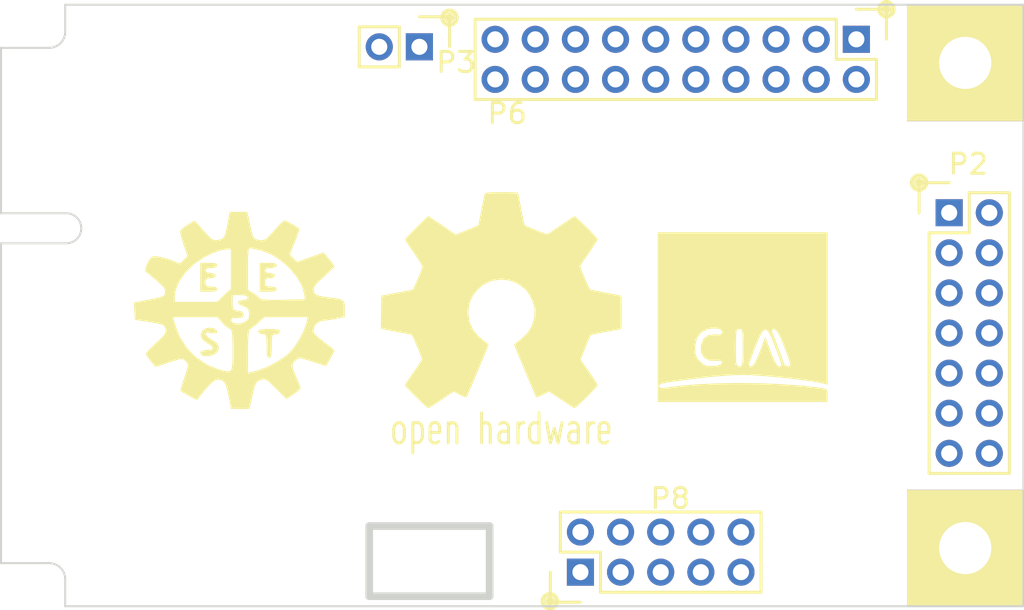
<source format=kicad_pcb>
(kicad_pcb (version 4) (host pcbnew 4.0.6)

  (general
    (links 0)
    (no_connects 3)
    (area 48.999999 99.949999 100.050001 130.050001)
    (thickness 1.6)
    (drawings 27)
    (tracks 0)
    (zones 0)
    (modules 9)
    (nets 46)
  )

  (page A4)
  (layers
    (0 F.Cu signal)
    (31 B.Cu signal)
    (32 B.Adhes user hide)
    (33 F.Adhes user hide)
    (34 B.Paste user hide)
    (35 F.Paste user hide)
    (36 B.SilkS user)
    (37 F.SilkS user)
    (38 B.Mask user)
    (39 F.Mask user)
    (40 Dwgs.User user)
    (41 Cmts.User user)
    (42 Eco1.User user)
    (43 Eco2.User user hide)
    (44 Edge.Cuts user)
    (45 Margin user)
    (46 B.CrtYd user hide)
    (47 F.CrtYd user)
    (48 B.Fab user hide)
    (49 F.Fab user hide)
  )

  (setup
    (last_trace_width 0.25)
    (user_trace_width 0.5)
    (user_trace_width 0.75)
    (trace_clearance 0.1524)
    (zone_clearance 0.254)
    (zone_45_only no)
    (trace_min 0.2)
    (segment_width 0.1)
    (edge_width 0.1)
    (via_size 0.6)
    (via_drill 0.4)
    (via_min_size 0.4)
    (via_min_drill 0.3)
    (uvia_size 0.3)
    (uvia_drill 0.1)
    (uvias_allowed no)
    (uvia_min_size 0)
    (uvia_min_drill 0)
    (pcb_text_width 0.3)
    (pcb_text_size 1.5 1.5)
    (mod_edge_width 0.15)
    (mod_text_size 1 1)
    (mod_text_width 0.15)
    (pad_size 1.5 1.5)
    (pad_drill 0.6)
    (pad_to_mask_clearance 0)
    (aux_axis_origin 0 0)
    (grid_origin 49.2 130.05)
    (visible_elements 7FFFFFFF)
    (pcbplotparams
      (layerselection 0x010f0_80000001)
      (usegerberextensions false)
      (excludeedgelayer true)
      (linewidth 0.100000)
      (plotframeref false)
      (viasonmask false)
      (mode 1)
      (useauxorigin false)
      (hpglpennumber 1)
      (hpglpenspeed 20)
      (hpglpendiameter 15)
      (hpglpenoverlay 2)
      (psnegative false)
      (psa4output false)
      (plotreference true)
      (plotvalue false)
      (plotinvisibletext false)
      (padsonsilk false)
      (subtractmaskfromsilk false)
      (outputformat 1)
      (mirror false)
      (drillshape 0)
      (scaleselection 1)
      (outputdirectory gerbers/))
  )

  (net 0 "")
  (net 1 GND)
  (net 2 +3V3)
  (net 3 /IO22)
  (net 4 /IO18)
  (net 5 /IO14)
  (net 6 /IO10)
  (net 7 /IO6)
  (net 8 /IO2)
  (net 9 /IO39)
  (net 10 /IO20)
  (net 11 /IO16)
  (net 12 /IO12)
  (net 13 /IO8)
  (net 14 /IO4)
  (net 15 /IO36)
  (net 16 /IO34)
  (net 17 /IO3)
  (net 18 /IO7)
  (net 19 /IO11)
  (net 20 /IO13)
  (net 21 /IO17)
  (net 22 /IO21)
  (net 23 /IO25)
  (net 24 /IO28)
  (net 25 /IO27)
  (net 26 /IO31)
  (net 27 /IO1)
  (net 28 /IO5)
  (net 29 /IO9)
  (net 30 /IO24)
  (net 31 /IO15)
  (net 32 /IO19)
  (net 33 /IO23)
  (net 34 /IO26)
  (net 35 /IO30)
  (net 36 /IO29)
  (net 37 /IO33)
  (net 38 /IO40)
  (net 39 /IO38)
  (net 40 /IO37)
  (net 41 /IO32)
  (net 42 /IO41)
  (net 43 /P0_24)
  (net 44 /IO35)
  (net 45 /P0_31)

  (net_class Default "This is the default net class."
    (clearance 0.1524)
    (trace_width 0.25)
    (via_dia 0.6)
    (via_drill 0.4)
    (uvia_dia 0.3)
    (uvia_drill 0.1)
    (add_net +3V3)
    (add_net /IO1)
    (add_net /IO10)
    (add_net /IO11)
    (add_net /IO12)
    (add_net /IO13)
    (add_net /IO14)
    (add_net /IO15)
    (add_net /IO16)
    (add_net /IO17)
    (add_net /IO18)
    (add_net /IO19)
    (add_net /IO2)
    (add_net /IO20)
    (add_net /IO21)
    (add_net /IO22)
    (add_net /IO23)
    (add_net /IO24)
    (add_net /IO25)
    (add_net /IO26)
    (add_net /IO27)
    (add_net /IO28)
    (add_net /IO29)
    (add_net /IO3)
    (add_net /IO30)
    (add_net /IO31)
    (add_net /IO32)
    (add_net /IO33)
    (add_net /IO34)
    (add_net /IO35)
    (add_net /IO36)
    (add_net /IO37)
    (add_net /IO38)
    (add_net /IO39)
    (add_net /IO4)
    (add_net /IO40)
    (add_net /IO41)
    (add_net /IO5)
    (add_net /IO6)
    (add_net /IO7)
    (add_net /IO8)
    (add_net /IO9)
    (add_net /P0_24)
    (add_net /P0_31)
    (add_net GND)
  )

  (module footprints:PIN_ARRAY_1 locked (layer F.Cu) (tedit 564E545B) (tstamp 564E5978)
    (at 97.1 127.1)
    (descr "1 pin")
    (tags "CONN DEV")
    (path /564E63FE)
    (fp_text reference P4 (at 0.1 -3.5) (layer F.SilkS) hide
      (effects (font (size 0.762 0.762) (thickness 0.1524)))
    )
    (fp_text value MOUNTING_HOLE (at -0.05 3.75) (layer F.SilkS) hide
      (effects (font (size 0.762 0.762) (thickness 0.1524)))
    )
    (fp_line (start 1.27 1.27) (end -1.27 1.27) (layer F.SilkS) (width 0.1524))
    (fp_line (start -1.27 -1.27) (end 1.27 -1.27) (layer F.SilkS) (width 0.1524))
    (fp_line (start -1.27 1.27) (end -1.27 -1.27) (layer F.SilkS) (width 0.1524))
    (fp_line (start 1.27 -1.27) (end 1.27 1.27) (layer F.SilkS) (width 0.1524))
    (pad 1 thru_hole rect (at 0 0) (size 5.8 5.8) (drill 2.6) (layers *.Cu *.Mask F.SilkS)
      (net 1 GND) (solder_mask_margin 0.1524) (clearance 0.1524))
  )

  (module footprints:PIN_ARRAY_1 locked (layer F.Cu) (tedit 564E545B) (tstamp 564E597D)
    (at 97.1 102.9)
    (descr "1 pin")
    (tags "CONN DEV")
    (path /564E6C41)
    (fp_text reference P5 (at 0.1 -3.5) (layer F.SilkS) hide
      (effects (font (size 0.762 0.762) (thickness 0.1524)))
    )
    (fp_text value MOUNTING_HOLE (at -0.05 3.75) (layer F.SilkS) hide
      (effects (font (size 0.762 0.762) (thickness 0.1524)))
    )
    (fp_line (start 1.27 1.27) (end -1.27 1.27) (layer F.SilkS) (width 0.1524))
    (fp_line (start -1.27 -1.27) (end 1.27 -1.27) (layer F.SilkS) (width 0.1524))
    (fp_line (start -1.27 1.27) (end -1.27 -1.27) (layer F.SilkS) (width 0.1524))
    (fp_line (start 1.27 -1.27) (end 1.27 1.27) (layer F.SilkS) (width 0.1524))
    (pad 1 thru_hole rect (at 0 0) (size 5.8 5.8) (drill 2.6) (layers *.Cu *.Mask F.SilkS)
      (net 1 GND) (solder_mask_margin 0.1524) (clearance 0.1524))
  )

  (module Pin_Headers:Pin_Header_Straight_2x07_Pitch2.00mm locked (layer F.Cu) (tedit 56FA75DA) (tstamp 570814DF)
    (at 96.3 110.375)
    (descr "Through hole pin header, 2x07, 2.00mm pitch, double row")
    (tags "pin header double row")
    (path /56001C5E)
    (fp_text reference P2 (at 0.95 -2.425) (layer F.SilkS)
      (effects (font (size 1 1) (thickness 0.15)))
    )
    (fp_text value IO2 (at 0 -3) (layer F.Fab)
      (effects (font (size 1 1) (thickness 0.15)))
    )
    (fp_line (start -1 1) (end 1 1) (layer F.SilkS) (width 0.15))
    (fp_line (start 1 1) (end 1 -1) (layer F.SilkS) (width 0.15))
    (fp_line (start 1 -1) (end 3 -1) (layer F.SilkS) (width 0.15))
    (fp_line (start 3 -1) (end 3 1) (layer F.SilkS) (width 0.15))
    (fp_line (start 3 1) (end 3 13) (layer F.SilkS) (width 0.15))
    (fp_line (start 3 13) (end -1 13) (layer F.SilkS) (width 0.15))
    (fp_line (start -1 13) (end -1 1) (layer F.SilkS) (width 0.15))
    (fp_line (start -1.6 -1.6) (end 3.6 -1.6) (layer F.CrtYd) (width 0.05))
    (fp_line (start 3.6 -1.6) (end 3.6 13.6) (layer F.CrtYd) (width 0.05))
    (fp_line (start 3.6 13.6) (end -1.6 13.6) (layer F.CrtYd) (width 0.05))
    (fp_line (start -1.6 13.6) (end -1.6 -1.6) (layer F.CrtYd) (width 0.05))
    (fp_line (start -1.5 0) (end -1.5 -1.5) (layer F.SilkS) (width 0.15))
    (fp_line (start -1.5 -1.5) (end 0 -1.5) (layer F.SilkS) (width 0.15))
    (pad 1 thru_hole rect (at 0 0) (size 1.35 1.35) (drill 0.8) (layers *.Cu *.Mask)
      (net 3 /IO22))
    (pad 3 thru_hole circle (at 0 2) (size 1.35 1.35) (drill 0.8) (layers *.Cu *.Mask)
      (net 4 /IO18))
    (pad 5 thru_hole circle (at 0 4) (size 1.35 1.35) (drill 0.8) (layers *.Cu *.Mask)
      (net 5 /IO14))
    (pad 7 thru_hole circle (at 0 6) (size 1.35 1.35) (drill 0.8) (layers *.Cu *.Mask)
      (net 6 /IO10))
    (pad 9 thru_hole circle (at 0 8) (size 1.35 1.35) (drill 0.8) (layers *.Cu *.Mask)
      (net 7 /IO6))
    (pad 11 thru_hole circle (at 0 10) (size 1.35 1.35) (drill 0.8) (layers *.Cu *.Mask)
      (net 8 /IO2))
    (pad 13 thru_hole circle (at 0 12) (size 1.35 1.35) (drill 0.8) (layers *.Cu *.Mask)
      (net 9 /IO39))
    (pad 2 thru_hole circle (at 2 0) (size 1.35 1.35) (drill 0.8) (layers *.Cu *.Mask)
      (net 10 /IO20))
    (pad 4 thru_hole circle (at 2 2) (size 1.35 1.35) (drill 0.8) (layers *.Cu *.Mask)
      (net 11 /IO16))
    (pad 6 thru_hole circle (at 2 4) (size 1.35 1.35) (drill 0.8) (layers *.Cu *.Mask)
      (net 12 /IO12))
    (pad 8 thru_hole circle (at 2 6) (size 1.35 1.35) (drill 0.8) (layers *.Cu *.Mask)
      (net 13 /IO8))
    (pad 10 thru_hole circle (at 2 8) (size 1.35 1.35) (drill 0.8) (layers *.Cu *.Mask)
      (net 14 /IO4))
    (pad 12 thru_hole circle (at 2 10) (size 1.35 1.35) (drill 0.8) (layers *.Cu *.Mask)
      (net 15 /IO36))
    (pad 14 thru_hole circle (at 2 12) (size 1.35 1.35) (drill 0.8) (layers *.Cu *.Mask)
      (net 16 /IO34))
    (model ${KIPRJMOD}/Poncho_Superior_PicoCiaa.3dshapes/Pin_Socket_Bottom_Straight_2x07_Pitch2.00mm.wrl
      (at (xyz 0 0 0))
      (scale (xyz 1 1 1))
      (rotate (xyz 0 0 0))
    )
  )

  (module Pin_Headers:Pin_Header_Straight_1x02_Pitch2.00mm locked (layer F.Cu) (tedit 56FA75DA) (tstamp 570814F0)
    (at 69.9 102.1 270)
    (descr "Through hole pin header, 1x02, 2.00mm pitch, single row")
    (tags "pin header single row")
    (path /56046D76)
    (fp_text reference P3 (at 0.775 -1.825 360) (layer F.SilkS)
      (effects (font (size 1 1) (thickness 0.15)))
    )
    (fp_text value PWR (at 0 -3 270) (layer F.Fab)
      (effects (font (size 1 1) (thickness 0.15)))
    )
    (fp_line (start -1 1) (end 1 1) (layer F.SilkS) (width 0.15))
    (fp_line (start 1 1) (end 1 3) (layer F.SilkS) (width 0.15))
    (fp_line (start 1 3) (end -1 3) (layer F.SilkS) (width 0.15))
    (fp_line (start -1 3) (end -1 1) (layer F.SilkS) (width 0.15))
    (fp_line (start -1.6 -1.6) (end 1.6 -1.6) (layer F.CrtYd) (width 0.05))
    (fp_line (start 1.6 -1.6) (end 1.6 3.6) (layer F.CrtYd) (width 0.05))
    (fp_line (start 1.6 3.6) (end -1.6 3.6) (layer F.CrtYd) (width 0.05))
    (fp_line (start -1.6 3.6) (end -1.6 -1.6) (layer F.CrtYd) (width 0.05))
    (fp_line (start -1.5 0) (end -1.5 -1.5) (layer F.SilkS) (width 0.15))
    (fp_line (start -1.5 -1.5) (end 0 -1.5) (layer F.SilkS) (width 0.15))
    (pad 1 thru_hole rect (at 0 0 270) (size 1.35 1.35) (drill 0.8) (layers *.Cu *.Mask)
      (net 2 +3V3))
    (pad 2 thru_hole circle (at 0 2 270) (size 1.35 1.35) (drill 0.8) (layers *.Cu *.Mask)
      (net 1 GND))
    (model ${KIPRJMOD}/Poncho_Superior_PicoCiaa.3dshapes/pin_socket_2mm_2.wrl
      (at (xyz 0 -0.0395 -0.033))
      (scale (xyz 1 1 0.8))
      (rotate (xyz 180 0 90))
    )
  )

  (module Pin_Headers:Pin_Header_Straight_2x05_Pitch2.00mm locked (layer F.Cu) (tedit 56FA75DA) (tstamp 5708150F)
    (at 77.925 128.3 90)
    (descr "Through hole pin header, 2x05, 2.00mm pitch, double row")
    (tags "pin header double row")
    (path /5705B0C0)
    (fp_text reference P8 (at 3.675 4.475 180) (layer F.SilkS)
      (effects (font (size 1 1) (thickness 0.15)))
    )
    (fp_text value IO3 (at 0 -3 90) (layer F.Fab)
      (effects (font (size 1 1) (thickness 0.15)))
    )
    (fp_line (start -1 1) (end 1 1) (layer F.SilkS) (width 0.15))
    (fp_line (start 1 1) (end 1 -1) (layer F.SilkS) (width 0.15))
    (fp_line (start 1 -1) (end 3 -1) (layer F.SilkS) (width 0.15))
    (fp_line (start 3 -1) (end 3 1) (layer F.SilkS) (width 0.15))
    (fp_line (start 3 1) (end 3 9) (layer F.SilkS) (width 0.15))
    (fp_line (start 3 9) (end -1 9) (layer F.SilkS) (width 0.15))
    (fp_line (start -1 9) (end -1 1) (layer F.SilkS) (width 0.15))
    (fp_line (start -1.6 -1.6) (end 3.6 -1.6) (layer F.CrtYd) (width 0.05))
    (fp_line (start 3.6 -1.6) (end 3.6 9.6) (layer F.CrtYd) (width 0.05))
    (fp_line (start 3.6 9.6) (end -1.6 9.6) (layer F.CrtYd) (width 0.05))
    (fp_line (start -1.6 9.6) (end -1.6 -1.6) (layer F.CrtYd) (width 0.05))
    (fp_line (start -1.5 0) (end -1.5 -1.5) (layer F.SilkS) (width 0.15))
    (fp_line (start -1.5 -1.5) (end 0 -1.5) (layer F.SilkS) (width 0.15))
    (pad 1 thru_hole rect (at 0 0 90) (size 1.35 1.35) (drill 0.8) (layers *.Cu *.Mask)
      (net 37 /IO33))
    (pad 3 thru_hole circle (at 0 2 90) (size 1.35 1.35) (drill 0.8) (layers *.Cu *.Mask)
      (net 38 /IO40))
    (pad 5 thru_hole circle (at 0 4 90) (size 1.35 1.35) (drill 0.8) (layers *.Cu *.Mask)
      (net 39 /IO38))
    (pad 7 thru_hole circle (at 0 6 90) (size 1.35 1.35) (drill 0.8) (layers *.Cu *.Mask)
      (net 40 /IO37))
    (pad 9 thru_hole circle (at 0 8 90) (size 1.35 1.35) (drill 0.8) (layers *.Cu *.Mask)
      (net 1 GND))
    (pad 2 thru_hole circle (at 2 0 90) (size 1.35 1.35) (drill 0.8) (layers *.Cu *.Mask)
      (net 41 /IO32))
    (pad 4 thru_hole circle (at 2 2 90) (size 1.35 1.35) (drill 0.8) (layers *.Cu *.Mask)
      (net 42 /IO41))
    (pad 6 thru_hole circle (at 2 4 90) (size 1.35 1.35) (drill 0.8) (layers *.Cu *.Mask)
      (net 43 /P0_24))
    (pad 8 thru_hole circle (at 2 6 90) (size 1.35 1.35) (drill 0.8) (layers *.Cu *.Mask)
      (net 44 /IO35))
    (pad 10 thru_hole circle (at 2 8 90) (size 1.35 1.35) (drill 0.8) (layers *.Cu *.Mask)
      (net 45 /P0_31))
    (model ${KIPRJMOD}/Poncho_Superior_PicoCiaa.3dshapes/PicoCIAA_3D_Model.wrl
      (at (xyz 0.5235 0.134 -0.35))
      (scale (xyz 1 1 1))
      (rotate (xyz 0 0 90))
    )
    (model ${KIPRJMOD}/Poncho_Superior_PicoCiaa.3dshapes/Pin_Socket_Bottom_Straight_2x05_Pitch2.00mm.wrl
      (at (xyz 0 0 0))
      (scale (xyz 1 1 1))
      (rotate (xyz 0 0 0))
    )
  )

  (module Pin_Headers:Pin_Header_Straight_2x10_Pitch2.00mm locked (layer F.Cu) (tedit 570D1E99) (tstamp 570C09BE)
    (at 91.675 101.725 270)
    (descr "Through hole pin header, 2x10, 2.00mm pitch, double row")
    (tags "pin header double row")
    (path /570CD712)
    (fp_text reference P6 (at 3.7 17.4 360) (layer F.SilkS)
      (effects (font (size 1 1) (thickness 0.15)))
    )
    (fp_text value IO1 (at 0 -3 270) (layer F.Fab)
      (effects (font (size 1 1) (thickness 0.15)))
    )
    (fp_line (start -1 1) (end 1 1) (layer F.SilkS) (width 0.15))
    (fp_line (start 1 1) (end 1 -1) (layer F.SilkS) (width 0.15))
    (fp_line (start 1 -1) (end 3 -1) (layer F.SilkS) (width 0.15))
    (fp_line (start 3 -1) (end 3 1) (layer F.SilkS) (width 0.15))
    (fp_line (start 3 1) (end 3 19) (layer F.SilkS) (width 0.15))
    (fp_line (start 3 19) (end -1 19) (layer F.SilkS) (width 0.15))
    (fp_line (start -1 19) (end -1 1) (layer F.SilkS) (width 0.15))
    (fp_line (start -1.6 -1.6) (end 3.6 -1.6) (layer F.CrtYd) (width 0.05))
    (fp_line (start 3.6 -1.6) (end 3.6 19.6) (layer F.CrtYd) (width 0.05))
    (fp_line (start 3.6 19.6) (end -1.6 19.6) (layer F.CrtYd) (width 0.05))
    (fp_line (start -1.6 19.6) (end -1.6 -1.6) (layer F.CrtYd) (width 0.05))
    (fp_line (start -1.5 0) (end -1.5 -1.5) (layer F.SilkS) (width 0.15))
    (fp_line (start -1.5 -1.5) (end 0 -1.5) (layer F.SilkS) (width 0.15))
    (pad 1 thru_hole rect (at 0 0 270) (size 1.35 1.35) (drill 0.8) (layers *.Cu *.Mask)
      (net 17 /IO3))
    (pad 3 thru_hole circle (at 0 2 270) (size 1.35 1.35) (drill 0.8) (layers *.Cu *.Mask)
      (net 18 /IO7))
    (pad 5 thru_hole circle (at 0 4 270) (size 1.35 1.35) (drill 0.8) (layers *.Cu *.Mask)
      (net 19 /IO11))
    (pad 7 thru_hole circle (at 0 6 270) (size 1.35 1.35) (drill 0.8) (layers *.Cu *.Mask)
      (net 20 /IO13))
    (pad 9 thru_hole circle (at 0 8 270) (size 1.35 1.35) (drill 0.8) (layers *.Cu *.Mask)
      (net 21 /IO17))
    (pad 11 thru_hole circle (at 0 10 270) (size 1.35 1.35) (drill 0.8) (layers *.Cu *.Mask)
      (net 22 /IO21))
    (pad 13 thru_hole circle (at 0 12 270) (size 1.35 1.35) (drill 0.8) (layers *.Cu *.Mask)
      (net 23 /IO25))
    (pad 15 thru_hole circle (at 0 14 270) (size 1.35 1.35) (drill 0.8) (layers *.Cu *.Mask)
      (net 24 /IO28))
    (pad 17 thru_hole circle (at 0 16 270) (size 1.35 1.35) (drill 0.8) (layers *.Cu *.Mask)
      (net 25 /IO27))
    (pad 19 thru_hole circle (at 0 18 270) (size 1.35 1.35) (drill 0.8) (layers *.Cu *.Mask)
      (net 26 /IO31))
    (pad 2 thru_hole circle (at 2 0 270) (size 1.35 1.35) (drill 0.8) (layers *.Cu *.Mask)
      (net 27 /IO1))
    (pad 4 thru_hole circle (at 2 2 270) (size 1.35 1.35) (drill 0.8) (layers *.Cu *.Mask)
      (net 28 /IO5))
    (pad 6 thru_hole circle (at 2 4 270) (size 1.35 1.35) (drill 0.8) (layers *.Cu *.Mask)
      (net 29 /IO9))
    (pad 8 thru_hole circle (at 2 6 270) (size 1.35 1.35) (drill 0.8) (layers *.Cu *.Mask)
      (net 30 /IO24))
    (pad 10 thru_hole circle (at 2 8 270) (size 1.35 1.35) (drill 0.8) (layers *.Cu *.Mask)
      (net 31 /IO15))
    (pad 12 thru_hole circle (at 2 10 270) (size 1.35 1.35) (drill 0.8) (layers *.Cu *.Mask)
      (net 32 /IO19))
    (pad 14 thru_hole circle (at 2 12 270) (size 1.35 1.35) (drill 0.8) (layers *.Cu *.Mask)
      (net 33 /IO23))
    (pad 16 thru_hole circle (at 2 14 270) (size 1.35 1.35) (drill 0.8) (layers *.Cu *.Mask)
      (net 34 /IO26))
    (pad 18 thru_hole circle (at 2 16 270) (size 1.35 1.35) (drill 0.8) (layers *.Cu *.Mask)
      (net 35 /IO30))
    (pad 20 thru_hole circle (at 2 18 270) (size 1.35 1.35) (drill 0.8) (layers *.Cu *.Mask)
      (net 36 /IO29))
    (model ${KIPRJMOD}/Poncho_Superior_PicoCiaa.3dshapes/Pin_Socket_Bottom_Straight_2x10_Pitch2.00mm.wrl
      (at (xyz 0 0 0))
      (scale (xyz 1 1 1))
      (rotate (xyz 0 0 0))
    )
  )

  (module EESTN5:LOGO-CIAA (layer F.Cu) (tedit 0) (tstamp 58E6DB57)
    (at 86.01 115.58)
    (fp_text reference G102 (at 0 4.99364) (layer F.SilkS) hide
      (effects (font (size 0.7112 0.4572) (thickness 0.1143)))
    )
    (fp_text value LOGO_CIAA (at 0 -4.99364) (layer F.SilkS) hide
      (effects (font (thickness 0.3048)))
    )
    (fp_poly (pts (xy 4.23418 4.23418) (xy 0 4.23418) (xy -4.23164 4.23418) (xy -4.23164 0)
      (xy -4.23164 -4.23164) (xy 0 -4.23164) (xy 4.23418 -4.23164) (xy 4.23418 -0.43434)
      (xy 4.23418 3.3655) (xy 3.8735 3.28676) (xy 3.47218 3.2131) (xy 2.9464 3.1369)
      (xy 2.37236 3.06578) (xy 2.37236 2.3749) (xy 2.34188 2.24536) (xy 2.26314 2.00406)
      (xy 2.14884 1.69418) (xy 2.02184 1.36144) (xy 1.8923 1.04648) (xy 1.84912 0.9525)
      (xy 1.72466 0.73152) (xy 1.59766 0.60706) (xy 1.55448 0.59436) (xy 1.46304 0.64008)
      (xy 1.48082 0.74168) (xy 1.53162 0.8763) (xy 1.6256 1.12522) (xy 1.7399 1.43764)
      (xy 1.86182 1.7653) (xy 1.97104 2.06756) (xy 2.05232 2.29108) (xy 2.07518 2.3495)
      (xy 2.16154 2.43332) (xy 2.28854 2.4511) (xy 2.36728 2.39522) (xy 2.37236 2.3749)
      (xy 2.37236 3.06578) (xy 2.34442 3.06324) (xy 1.92786 3.01752) (xy 1.92786 2.42062)
      (xy 1.92278 2.33934) (xy 1.87706 2.18186) (xy 1.78308 1.92532) (xy 1.6383 1.54178)
      (xy 1.58242 1.397) (xy 1.43002 1.01854) (xy 1.30048 0.76454) (xy 1.18618 0.63754)
      (xy 1.07188 0.64262) (xy 0.94742 0.78994) (xy 0.8001 1.0795) (xy 0.61722 1.52146)
      (xy 0.46228 1.92786) (xy 0.35814 2.20726) (xy 0.31496 2.36728) (xy 0.3302 2.4384)
      (xy 0.39624 2.45618) (xy 0.41656 2.45618) (xy 0.51054 2.413) (xy 0.61468 2.26568)
      (xy 0.73914 1.99644) (xy 0.84836 1.71958) (xy 1.12776 0.98044) (xy 1.29286 1.44272)
      (xy 1.45796 1.88214) (xy 1.5875 2.18186) (xy 1.69164 2.3622) (xy 1.78308 2.44348)
      (xy 1.83388 2.45618) (xy 1.89484 2.4511) (xy 1.92786 2.42062) (xy 1.92786 3.01752)
      (xy 1.70942 2.9972) (xy 1.08966 2.94132) (xy 0.53086 2.90322) (xy 0.07874 2.88544)
      (xy 0 2.88544) (xy 0 1.69926) (xy 0 1.524) (xy -0.00254 1.1176)
      (xy -0.01016 0.84836) (xy -0.03302 0.69342) (xy -0.07366 0.61722) (xy -0.13716 0.59436)
      (xy -0.16764 0.59436) (xy -0.24384 0.60452) (xy -0.2921 0.65532) (xy -0.32004 0.77724)
      (xy -0.33274 0.99822) (xy -0.33782 1.34874) (xy -0.33782 1.524) (xy -0.33528 1.93294)
      (xy -0.32766 2.19964) (xy -0.3048 2.35712) (xy -0.26416 2.43078) (xy -0.20066 2.45364)
      (xy -0.16764 2.45618) (xy -0.09398 2.44602) (xy -0.04572 2.39268) (xy -0.01778 2.27076)
      (xy -0.00508 2.04978) (xy 0 1.69926) (xy 0 2.88544) (xy -0.4191 2.8956)
      (xy -0.94488 2.92862) (xy -1.016 2.9337) (xy -1.016 0.75438) (xy -1.08966 0.62992)
      (xy -1.2827 0.56642) (xy -1.55448 0.56896) (xy -1.74244 0.60452) (xy -2.07264 0.77216)
      (xy -2.28092 1.05918) (xy -2.36728 1.45542) (xy -2.36982 1.54178) (xy -2.35204 1.8288)
      (xy -2.2733 2.02692) (xy -2.11836 2.21234) (xy -1.93548 2.36982) (xy -1.75514 2.4384)
      (xy -1.50114 2.44094) (xy -1.46304 2.4384) (xy -1.18618 2.4003) (xy -1.0541 2.3241)
      (xy -1.03378 2.27838) (xy -1.05156 2.18948) (xy -1.18364 2.17424) (xy -1.26492 2.18186)
      (xy -1.63576 2.17424) (xy -1.91008 2.03962) (xy -2.06756 1.79832) (xy -2.09296 1.46558)
      (xy -2.07772 1.36906) (xy -1.94564 1.06426) (xy -1.71704 0.89408) (xy -1.3843 0.85852)
      (xy -1.3589 0.86106) (xy -1.13284 0.86868) (xy -1.03378 0.8255) (xy -1.016 0.75438)
      (xy -1.016 2.9337) (xy -1.51892 2.97688) (xy -2.07518 3.0353) (xy -2.19964 3.05054)
      (xy -2.82194 3.12928) (xy -3.29438 3.19278) (xy -3.63982 3.24104) (xy -3.87604 3.28422)
      (xy -4.0259 3.31978) (xy -4.10718 3.35788) (xy -4.1402 3.39852) (xy -4.14782 3.44678)
      (xy -4.14782 3.44932) (xy -4.10718 3.5306) (xy -3.95478 3.53822) (xy -3.8735 3.52806)
      (xy -3.1369 3.42392) (xy -2.2733 3.35026) (xy -1.31064 3.30454) (xy -0.2921 3.28676)
      (xy 0.75184 3.29692) (xy 1.78054 3.33502) (xy 2.76352 3.40106) (xy 3.6576 3.49504)
      (xy 3.8735 3.52552) (xy 4.09956 3.56616) (xy 4.2037 3.63474) (xy 4.23164 3.78206)
      (xy 4.23418 3.90398) (xy 4.23418 4.23418) (xy 4.23418 4.23418)) (layer F.SilkS) (width 0.00254))
  )

  (module EESTN5:LOGO_EESTN5 (layer F.Cu) (tedit 0) (tstamp 58E6E559)
    (at 60.93 115.16)
    (fp_text reference G*** (at 0 0) (layer F.SilkS) hide
      (effects (font (thickness 0.3)))
    )
    (fp_text value LOGO (at 0.75 0) (layer F.SilkS) hide
      (effects (font (thickness 0.3)))
    )
    (fp_poly (pts (xy 0.539361 -4.151857) (xy 0.613933 -3.818777) (xy 0.675789 -3.615221) (xy 0.746422 -3.504868)
      (xy 0.847324 -3.4514) (xy 0.970023 -3.424098) (xy 1.145299 -3.406255) (xy 1.284159 -3.449773)
      (xy 1.439308 -3.581438) (xy 1.580409 -3.734317) (xy 1.859395 -4.043435) (xy 2.049383 -4.243541)
      (xy 2.171009 -4.354672) (xy 2.244906 -4.39687) (xy 2.264833 -4.398995) (xy 2.375118 -4.357122)
      (xy 2.561062 -4.260084) (xy 2.76462 -4.141534) (xy 2.927749 -4.035128) (xy 2.992105 -3.977308)
      (xy 2.969059 -3.88328) (xy 2.895782 -3.673804) (xy 2.786828 -3.389883) (xy 2.757835 -3.317324)
      (xy 2.510004 -2.7017) (xy 2.695716 -2.515988) (xy 2.881428 -2.330275) (xy 3.536214 -2.56659)
      (xy 4.191 -2.802904) (xy 4.464907 -2.480952) (xy 4.622881 -2.286636) (xy 4.722472 -2.147555)
      (xy 4.740073 -2.110536) (xy 4.681507 -2.036295) (xy 4.524234 -1.880191) (xy 4.297747 -1.670992)
      (xy 4.201938 -1.585565) (xy 3.931215 -1.336576) (xy 3.772658 -1.159728) (xy 3.703898 -1.024329)
      (xy 3.702463 -0.900236) (xy 3.741727 -0.780219) (xy 3.827105 -0.697209) (xy 3.992135 -0.636975)
      (xy 4.270355 -0.585291) (xy 4.529666 -0.549293) (xy 4.876918 -0.5005) (xy 5.089422 -0.448985)
      (xy 5.200267 -0.369555) (xy 5.242541 -0.237014) (xy 5.249331 -0.026169) (xy 5.249333 -0.001311)
      (xy 5.249333 0.409301) (xy 4.821832 0.500984) (xy 4.531353 0.554948) (xy 4.279094 0.587898)
      (xy 4.19288 0.592666) (xy 3.992397 0.644554) (xy 3.814439 0.767657) (xy 3.726608 0.913137)
      (xy 3.725333 0.930456) (xy 3.697673 1.068866) (xy 3.680821 1.118146) (xy 3.724177 1.230398)
      (xy 3.900954 1.411134) (xy 4.188821 1.639824) (xy 4.444975 1.832685) (xy 4.638057 1.987161)
      (xy 4.73557 2.07694) (xy 4.741333 2.087176) (xy 4.702094 2.178074) (xy 4.601932 2.364055)
      (xy 4.526645 2.495183) (xy 4.311957 2.86152) (xy 3.641576 2.641747) (xy 3.311848 2.536019)
      (xy 3.101924 2.481175) (xy 2.97109 2.474177) (xy 2.878633 2.511984) (xy 2.79793 2.578776)
      (xy 2.684497 2.698445) (xy 2.638803 2.820406) (xy 2.662788 2.987252) (xy 2.758396 3.241572)
      (xy 2.836333 3.420879) (xy 2.947904 3.683896) (xy 3.024596 3.885222) (xy 3.048 3.970496)
      (xy 2.983236 4.054415) (xy 2.818165 4.189294) (xy 2.698733 4.272631) (xy 2.349467 4.503764)
      (xy 1.826995 3.985935) (xy 1.571156 3.73725) (xy 1.398047 3.590519) (xy 1.272476 3.52617)
      (xy 1.159252 3.52463) (xy 1.053372 3.555658) (xy 0.924955 3.613874) (xy 0.835005 3.706389)
      (xy 0.763325 3.871463) (xy 0.68972 4.147351) (xy 0.650268 4.319271) (xy 0.498314 4.995333)
      (xy -0.411328 4.995333) (xy -0.50736 4.5085) (xy -0.591258 4.108407) (xy -0.664258 3.843771)
      (xy -0.741455 3.682721) (xy -0.837942 3.593386) (xy -0.963523 3.545299) (xy -1.108962 3.537071)
      (xy -1.264686 3.602976) (xy -1.452317 3.760547) (xy -1.693481 4.027318) (xy -1.951466 4.346356)
      (xy -2.118691 4.558948) (xy -2.519846 4.339498) (xy -2.745917 4.215493) (xy -2.900447 4.1301)
      (xy -2.941364 4.106938) (xy -2.925799 4.026779) (xy -2.866548 3.824897) (xy -2.775095 3.53966)
      (xy -2.740404 3.435559) (xy -2.633263 3.110289) (xy -2.577935 2.904831) (xy -2.571464 2.778763)
      (xy -2.610892 2.691668) (xy -2.68044 2.615931) (xy -2.765973 2.539397) (xy -2.855413 2.505628)
      (xy -2.988705 2.517687) (xy -3.205794 2.57864) (xy -3.511289 2.679668) (xy -4.18078 2.904765)
      (xy -4.418724 2.619747) (xy -4.56483 2.426284) (xy -4.649125 2.278965) (xy -4.657262 2.246864)
      (xy -4.598523 2.152957) (xy -4.441822 1.980728) (xy -4.217331 1.762566) (xy -4.14164 1.693333)
      (xy -3.88432 1.453275) (xy -3.735721 1.286469) (xy -3.673316 1.159174) (xy -3.674582 1.037644)
      (xy -3.682045 1.004845) (xy -3.721971 0.895506) (xy -3.798529 0.820057) (xy -3.946993 0.763383)
      (xy -4.202638 0.710367) (xy -4.472833 0.665981) (xy -5.207 0.549938) (xy -5.214403 0.423333)
      (xy -3.305227 0.423333) (xy -3.2502 0.656166) (xy -3.013172 1.323016) (xy -2.644907 1.918903)
      (xy -2.167421 2.419522) (xy -1.602732 2.800566) (xy -1.132503 2.994096) (xy -0.81516 3.090169)
      (xy -0.596032 3.135588) (xy -0.456965 3.109318) (xy -0.379808 2.990329) (xy -0.346406 2.757586)
      (xy -0.338606 2.390057) (xy -0.33866 2.107666) (xy 0.423333 2.107666) (xy 0.423333 3.199333)
      (xy 0.767873 3.12192) (xy 1.031754 3.040452) (xy 1.361932 2.908805) (xy 1.617045 2.78977)
      (xy 1.944252 2.603669) (xy 2.26312 2.388654) (xy 2.445214 2.242736) (xy 2.707016 1.94742)
      (xy 2.967115 1.557063) (xy 3.187016 1.137956) (xy 3.328224 0.756388) (xy 3.341958 0.6985)
      (xy 3.400121 0.423333) (xy 1.24819 0.423333) (xy 0.920184 0.719666) (xy 0.718894 0.887939)
      (xy 0.561573 0.995307) (xy 0.507756 1.016) (xy 0.4717 1.097552) (xy 0.444693 1.330094)
      (xy 0.428139 1.695457) (xy 0.423333 2.107666) (xy -0.33866 2.107666) (xy -0.338667 2.074333)
      (xy -0.342196 1.620223) (xy -0.354565 1.311408) (xy -0.378446 1.123962) (xy -0.416512 1.033957)
      (xy -0.456896 1.016) (xy -0.579897 0.956565) (xy -0.754009 0.80635) (xy -0.83531 0.719666)
      (xy -0.980075 0.554787) (xy -0.423334 0.554787) (xy -0.353129 0.684246) (xy -0.177325 0.747288)
      (xy 0.051862 0.738881) (xy 0.282214 0.653993) (xy 0.324585 0.626866) (xy 0.468277 0.465976)
      (xy 0.492508 0.234594) (xy 0.491591 0.224699) (xy 0.440212 0.024699) (xy 0.300828 -0.085076)
      (xy 0.1905 -0.123343) (xy -0.015317 -0.218891) (xy -0.079307 -0.321746) (xy 0.000782 -0.399964)
      (xy 0.169333 -0.423334) (xy 0.370985 -0.461198) (xy 0.423333 -0.550334) (xy 0.373471 -0.634041)
      (xy 0.20393 -0.67217) (xy 0.042333 -0.677334) (xy -0.338667 -0.677334) (xy -0.338667 -0.301698)
      (xy -0.330542 -0.06856) (xy -0.28347 0.045072) (xy -0.163409 0.088954) (xy -0.0635 0.100468)
      (xy 0.135797 0.14694) (xy 0.208528 0.252149) (xy 0.211666 0.296333) (xy 0.183034 0.408533)
      (xy 0.066884 0.453168) (xy -0.105834 0.456009) (xy -0.339492 0.475785) (xy -0.423249 0.551435)
      (xy -0.423334 0.554787) (xy -0.980075 0.554787) (xy -1.095494 0.423333) (xy -3.305227 0.423333)
      (xy -5.214403 0.423333) (xy -5.232027 0.121935) (xy -5.257053 -0.306067) (xy -4.681693 -0.415636)
      (xy -4.276338 -0.493947) (xy -4.007454 -0.552764) (xy -3.845146 -0.604172) (xy -3.793785 -0.637815)
      (xy -3.217334 -0.637815) (xy -3.217334 -0.338667) (xy -1.128843 -0.338667) (xy -0.776088 -0.664328)
      (xy -0.423334 -0.989989) (xy -0.423334 -2.002278) (xy 0.423333 -2.002278) (xy 0.423333 -0.945145)
      (xy 0.719666 -0.762) (xy 0.9052 -0.62955) (xy 1.008424 -0.521323) (xy 1.016 -0.498638)
      (xy 1.096786 -0.467835) (xy 1.32412 -0.447345) (xy 1.675466 -0.438302) (xy 2.128287 -0.441844)
      (xy 2.137833 -0.442043) (xy 3.259666 -0.465667) (xy 3.233221 -0.711733) (xy 3.112748 -1.138874)
      (xy 2.859857 -1.580812) (xy 2.505286 -2.007024) (xy 2.079775 -2.386987) (xy 1.614062 -2.690181)
      (xy 1.138885 -2.886082) (xy 1.012633 -2.916685) (xy 0.768622 -2.969346) (xy 0.57827 -3.015809)
      (xy 0.5715 -3.017694) (xy 0.509886 -3.021774) (xy 0.468111 -2.975683) (xy 0.44238 -2.85341)
      (xy 0.428899 -2.628949) (xy 0.423871 -2.276289) (xy 0.423333 -2.002278) (xy -0.423334 -2.002278)
      (xy -0.423334 -2.963334) (xy -0.631824 -2.963334) (xy -0.962471 -2.908346) (xy -1.366107 -2.758565)
      (xy -1.793853 -2.536766) (xy -2.196832 -2.265724) (xy -2.291533 -2.189985) (xy -2.698486 -1.787206)
      (xy -3.000483 -1.354628) (xy -3.177849 -0.925242) (xy -3.217334 -0.637815) (xy -3.793785 -0.637815)
      (xy -3.759524 -0.660256) (xy -3.720693 -0.733098) (xy -3.703308 -0.811154) (xy -3.706848 -0.941961)
      (xy -3.786238 -1.081332) (xy -3.965688 -1.262632) (xy -4.139283 -1.411952) (xy -4.381611 -1.614247)
      (xy -4.575097 -1.775937) (xy -4.680862 -1.864533) (xy -4.684694 -1.867764) (xy -4.691098 -1.970977)
      (xy -4.627829 -2.16599) (xy -4.572893 -2.284251) (xy -4.452042 -2.500176) (xy -4.344728 -2.598304)
      (xy -4.194602 -2.615078) (xy -4.0792 -2.60354) (xy -3.806817 -2.547874) (xy -3.48659 -2.452027)
      (xy -3.365098 -2.407471) (xy -2.962528 -2.249177) (xy -2.586454 -2.625251) (xy -2.785005 -3.208458)
      (xy -2.878316 -3.507216) (xy -2.938197 -3.748097) (xy -2.952785 -3.882679) (xy -2.951494 -3.887854)
      (xy -2.864556 -3.985317) (xy -2.680796 -4.122545) (xy -2.571491 -4.19153) (xy -2.223552 -4.399015)
      (xy -1.776316 -3.884817) (xy -1.546227 -3.628086) (xy -1.386242 -3.479477) (xy -1.260197 -3.415278)
      (xy -1.131928 -3.411774) (xy -1.070915 -3.422251) (xy -0.908518 -3.463784) (xy -0.799582 -3.533441)
      (xy -0.723458 -3.666416) (xy -0.659498 -3.897905) (xy -0.591529 -4.239364) (xy -0.480839 -4.826)
      (xy 0.394495 -4.826) (xy 0.539361 -4.151857)) (layer F.SilkS) (width 0.01))
    (fp_poly (pts (xy 1.790356 1.024478) (xy 1.961928 1.054774) (xy 2.02797 1.114177) (xy 2.032 1.143)
      (xy 1.958399 1.245143) (xy 1.820333 1.27) (xy 1.709749 1.278715) (xy 1.646459 1.329459)
      (xy 1.617286 1.459132) (xy 1.609052 1.704631) (xy 1.608666 1.862666) (xy 1.601197 2.184672)
      (xy 1.574342 2.368966) (xy 1.521426 2.446692) (xy 1.481666 2.455333) (xy 1.412665 2.420478)
      (xy 1.373173 2.295153) (xy 1.356518 2.048212) (xy 1.354666 1.862666) (xy 1.351554 1.55303)
      (xy 1.33343 1.375819) (xy 1.287119 1.294135) (xy 1.199441 1.271078) (xy 1.143 1.27)
      (xy 0.972761 1.225839) (xy 0.931333 1.143) (xy 0.968073 1.071763) (xy 1.099355 1.03217)
      (xy 1.356768 1.016929) (xy 1.481666 1.016) (xy 1.790356 1.024478)) (layer F.SilkS) (width 0.01))
    (fp_poly (pts (xy -1.224388 0.994294) (xy -1.119465 1.107382) (xy -1.117177 1.117378) (xy -1.124883 1.20801)
      (xy -1.22321 1.231928) (xy -1.403013 1.210289) (xy -1.607814 1.189767) (xy -1.682254 1.224636)
      (xy -1.676844 1.278244) (xy -1.574738 1.409035) (xy -1.462844 1.484972) (xy -1.16255 1.682287)
      (xy -1.026956 1.8867) (xy -1.05778 2.093831) (xy -1.170834 2.230544) (xy -1.349479 2.323026)
      (xy -1.584162 2.368778) (xy -1.797042 2.358754) (xy -1.890889 2.314222) (xy -1.955813 2.183869)
      (xy -1.870185 2.095172) (xy -1.65085 2.06423) (xy -1.629834 2.064676) (xy -1.3962 2.041962)
      (xy -1.318004 1.964509) (xy -1.396119 1.846728) (xy -1.608667 1.714205) (xy -1.844803 1.537441)
      (xy -1.932306 1.33122) (xy -1.863156 1.120897) (xy -1.81422 1.064314) (xy -1.636681 0.967819)
      (xy -1.418432 0.946126) (xy -1.224388 0.994294)) (layer F.SilkS) (width 0.01))
    (fp_poly (pts (xy -1.257782 -2.272405) (xy -1.127756 -2.225332) (xy -1.100667 -2.159) (xy -1.164927 -2.065069)
      (xy -1.370012 -2.03223) (xy -1.397 -2.032) (xy -1.616174 -2.004461) (xy -1.692798 -1.916567)
      (xy -1.693334 -1.905) (xy -1.617606 -1.804174) (xy -1.439334 -1.778) (xy -1.237682 -1.740136)
      (xy -1.185334 -1.651) (xy -1.261062 -1.550174) (xy -1.439334 -1.524) (xy -1.620861 -1.501219)
      (xy -1.687268 -1.404379) (xy -1.693334 -1.312334) (xy -1.671194 -1.169192) (xy -1.571562 -1.110593)
      (xy -1.397 -1.100667) (xy -1.177827 -1.073127) (xy -1.101203 -0.985234) (xy -1.100667 -0.973667)
      (xy -1.145987 -0.893802) (xy -1.302894 -0.854794) (xy -1.524 -0.846667) (xy -1.947334 -0.846667)
      (xy -1.947334 -2.286) (xy -1.524 -2.286) (xy -1.257782 -2.272405)) (layer F.SilkS) (width 0.01))
    (fp_poly (pts (xy 1.705551 -2.272405) (xy 1.835577 -2.225332) (xy 1.862666 -2.159) (xy 1.798407 -2.065069)
      (xy 1.593322 -2.03223) (xy 1.566333 -2.032) (xy 1.34716 -2.004461) (xy 1.270535 -1.916567)
      (xy 1.27 -1.905) (xy 1.345728 -1.804174) (xy 1.524 -1.778) (xy 1.725652 -1.740136)
      (xy 1.778 -1.651) (xy 1.702271 -1.550174) (xy 1.524 -1.524) (xy 1.342473 -1.501219)
      (xy 1.276065 -1.404379) (xy 1.27 -1.312334) (xy 1.29214 -1.169192) (xy 1.391771 -1.110593)
      (xy 1.566333 -1.100667) (xy 1.785506 -1.073127) (xy 1.86213 -0.985234) (xy 1.862666 -0.973667)
      (xy 1.817347 -0.893802) (xy 1.660439 -0.854794) (xy 1.439333 -0.846667) (xy 1.016 -0.846667)
      (xy 1.016 -2.286) (xy 1.439333 -2.286) (xy 1.705551 -2.272405)) (layer F.SilkS) (width 0.01))
  )

  (module EESTN5:Logo_silk_OSHW_12x13mm (layer F.Cu) (tedit 0) (tstamp 58E6EFCF)
    (at 73.98 114.74)
    (descr "Open Hardware Logo, 12x13mm")
    (fp_text reference G*** (at 0 0) (layer F.SilkS) hide
      (effects (font (size 0.5461 0.5461) (thickness 0.10922)))
    )
    (fp_text value LOGO (at 0 0.9) (layer F.SilkS) hide
      (effects (font (size 0.5461 0.5461) (thickness 0.10922)))
    )
    (fp_line (start 5.21 7.11) (end 5.31 7.04) (layer F.SilkS) (width 0.15))
    (fp_line (start 5.03 7.11) (end 5.21 7.11) (layer F.SilkS) (width 0.15))
    (fp_line (start 4.93 7.04) (end 5.03 7.11) (layer F.SilkS) (width 0.15))
    (fp_line (start 4.88 6.9) (end 4.93 7.04) (layer F.SilkS) (width 0.15))
    (fp_line (start 4.88 6.32) (end 4.88 6.9) (layer F.SilkS) (width 0.15))
    (fp_line (start 4.94 6.17) (end 4.88 6.32) (layer F.SilkS) (width 0.15))
    (fp_line (start 5.04 6.1) (end 4.94 6.17) (layer F.SilkS) (width 0.15))
    (fp_line (start 5.21 6.1) (end 5.04 6.1) (layer F.SilkS) (width 0.15))
    (fp_line (start 5.31 6.19) (end 5.21 6.1) (layer F.SilkS) (width 0.15))
    (fp_line (start 5.36 6.32) (end 5.31 6.19) (layer F.SilkS) (width 0.15))
    (fp_line (start 5.36 6.59) (end 5.36 6.32) (layer F.SilkS) (width 0.15))
    (fp_line (start 4.88 6.59) (end 5.36 6.59) (layer F.SilkS) (width 0.15))
    (fp_line (start 4.31 6.11) (end 4.31 7.11) (layer F.SilkS) (width 0.15))
    (fp_line (start 4.36 6.25) (end 4.31 6.42) (layer F.SilkS) (width 0.15))
    (fp_line (start 4.4 6.19) (end 4.36 6.25) (layer F.SilkS) (width 0.15))
    (fp_line (start 4.5 6.11) (end 4.4 6.19) (layer F.SilkS) (width 0.15))
    (fp_line (start 4.61 6.11) (end 4.5 6.11) (layer F.SilkS) (width 0.15))
    (fp_line (start 2.26 6.1) (end 2.45 7.11) (layer F.SilkS) (width 0.15))
    (fp_line (start 2.45 7.11) (end 2.64 6.39) (layer F.SilkS) (width 0.15))
    (fp_line (start 2.64 6.39) (end 2.83 7.11) (layer F.SilkS) (width 0.15))
    (fp_line (start 2.83 7.11) (end 3.03 6.1) (layer F.SilkS) (width 0.15))
    (fp_line (start 1.88 7.03) (end 1.79 7.11) (layer F.SilkS) (width 0.15))
    (fp_line (start 1.79 7.11) (end 1.6 7.11) (layer F.SilkS) (width 0.15))
    (fp_line (start 1.6 7.11) (end 1.53 7.06) (layer F.SilkS) (width 0.15))
    (fp_line (start 1.53 7.06) (end 1.46 6.98) (layer F.SilkS) (width 0.15))
    (fp_line (start 1.46 6.98) (end 1.4 6.82) (layer F.SilkS) (width 0.15))
    (fp_line (start 1.4 6.82) (end 1.4 6.4) (layer F.SilkS) (width 0.15))
    (fp_line (start 1.4 6.4) (end 1.45 6.25) (layer F.SilkS) (width 0.15))
    (fp_line (start 1.45 6.25) (end 1.52 6.16) (layer F.SilkS) (width 0.15))
    (fp_line (start 1.52 6.16) (end 1.6 6.11) (layer F.SilkS) (width 0.15))
    (fp_line (start 1.6 6.11) (end 1.78 6.11) (layer F.SilkS) (width 0.15))
    (fp_line (start 1.78 6.11) (end 1.88 6.19) (layer F.SilkS) (width 0.15))
    (fp_line (start 1.88 5.61) (end 1.88 7.11) (layer F.SilkS) (width 0.15))
    (fp_line (start 1.13 6.11) (end 1.02 6.11) (layer F.SilkS) (width 0.15))
    (fp_line (start 1.02 6.11) (end 0.92 6.19) (layer F.SilkS) (width 0.15))
    (fp_line (start 0.92 6.19) (end 0.88 6.25) (layer F.SilkS) (width 0.15))
    (fp_line (start 0.88 6.25) (end 0.83 6.42) (layer F.SilkS) (width 0.15))
    (fp_line (start 0.83 6.11) (end 0.83 7.11) (layer F.SilkS) (width 0.15))
    (fp_line (start 3.84 6.32) (end 3.84 7.11) (layer F.SilkS) (width 0.15))
    (fp_line (start 3.78 6.17) (end 3.84 6.32) (layer F.SilkS) (width 0.15))
    (fp_line (start 3.69 6.1) (end 3.78 6.17) (layer F.SilkS) (width 0.15))
    (fp_line (start 3.51 6.1) (end 3.69 6.1) (layer F.SilkS) (width 0.15))
    (fp_line (start 3.4 6.18) (end 3.51 6.1) (layer F.SilkS) (width 0.15))
    (fp_line (start 3.36 6.88) (end 3.4 7.02) (layer F.SilkS) (width 0.15))
    (fp_line (start 3.36 6.75) (end 3.36 6.88) (layer F.SilkS) (width 0.15))
    (fp_line (start 3.41 6.61) (end 3.36 6.75) (layer F.SilkS) (width 0.15))
    (fp_line (start 3.51 6.53) (end 3.41 6.61) (layer F.SilkS) (width 0.15))
    (fp_line (start 3.75 6.53) (end 3.51 6.53) (layer F.SilkS) (width 0.15))
    (fp_line (start 3.84 6.46) (end 3.75 6.53) (layer F.SilkS) (width 0.15))
    (fp_line (start 3.74 7.11) (end 3.84 7.03) (layer F.SilkS) (width 0.15))
    (fp_line (start 3.51 7.11) (end 3.74 7.11) (layer F.SilkS) (width 0.15))
    (fp_line (start 3.4 7.02) (end 3.51 7.11) (layer F.SilkS) (width 0.15))
    (fp_line (start -0.08 7.02) (end 0.03 7.11) (layer F.SilkS) (width 0.15))
    (fp_line (start 0.03 7.11) (end 0.26 7.11) (layer F.SilkS) (width 0.15))
    (fp_line (start 0.26 7.11) (end 0.36 7.03) (layer F.SilkS) (width 0.15))
    (fp_line (start 0.36 6.46) (end 0.27 6.53) (layer F.SilkS) (width 0.15))
    (fp_line (start 0.27 6.53) (end 0.03 6.53) (layer F.SilkS) (width 0.15))
    (fp_line (start 0.03 6.53) (end -0.07 6.61) (layer F.SilkS) (width 0.15))
    (fp_line (start -0.07 6.61) (end -0.12 6.75) (layer F.SilkS) (width 0.15))
    (fp_line (start -0.12 6.75) (end -0.12 6.88) (layer F.SilkS) (width 0.15))
    (fp_line (start -0.12 6.88) (end -0.08 7.02) (layer F.SilkS) (width 0.15))
    (fp_line (start -0.08 6.18) (end 0.03 6.1) (layer F.SilkS) (width 0.15))
    (fp_line (start 0.03 6.1) (end 0.21 6.1) (layer F.SilkS) (width 0.15))
    (fp_line (start 0.21 6.1) (end 0.3 6.17) (layer F.SilkS) (width 0.15))
    (fp_line (start 0.3 6.17) (end 0.36 6.32) (layer F.SilkS) (width 0.15))
    (fp_line (start 0.36 6.32) (end 0.36 7.11) (layer F.SilkS) (width 0.15))
    (fp_line (start -0.98 7.11) (end -0.98 5.61) (layer F.SilkS) (width 0.15))
    (fp_line (start -0.92 6.17) (end -0.98 6.24) (layer F.SilkS) (width 0.15))
    (fp_line (start -0.84 6.11) (end -0.92 6.17) (layer F.SilkS) (width 0.15))
    (fp_line (start -0.7 6.11) (end -0.84 6.11) (layer F.SilkS) (width 0.15))
    (fp_line (start -0.6 6.18) (end -0.7 6.11) (layer F.SilkS) (width 0.15))
    (fp_line (start -0.55 6.33) (end -0.6 6.18) (layer F.SilkS) (width 0.15))
    (fp_line (start -0.55 7.11) (end -0.55 6.33) (layer F.SilkS) (width 0.15))
    (fp_line (start -2.21 7.11) (end -2.21 6.33) (layer F.SilkS) (width 0.15))
    (fp_line (start -2.21 6.33) (end -2.26 6.18) (layer F.SilkS) (width 0.15))
    (fp_line (start -2.26 6.18) (end -2.36 6.11) (layer F.SilkS) (width 0.15))
    (fp_line (start -2.36 6.11) (end -2.5 6.11) (layer F.SilkS) (width 0.15))
    (fp_line (start -2.5 6.11) (end -2.58 6.17) (layer F.SilkS) (width 0.15))
    (fp_line (start -2.58 6.17) (end -2.64 6.24) (layer F.SilkS) (width 0.15))
    (fp_line (start -2.64 6.11) (end -2.64 7.11) (layer F.SilkS) (width 0.15))
    (fp_line (start -3.55 6.59) (end -3.07 6.59) (layer F.SilkS) (width 0.15))
    (fp_line (start -3.07 6.59) (end -3.07 6.32) (layer F.SilkS) (width 0.15))
    (fp_line (start -3.07 6.32) (end -3.12 6.19) (layer F.SilkS) (width 0.15))
    (fp_line (start -3.12 6.19) (end -3.22 6.1) (layer F.SilkS) (width 0.15))
    (fp_line (start -3.22 6.1) (end -3.39 6.1) (layer F.SilkS) (width 0.15))
    (fp_line (start -3.39 6.1) (end -3.49 6.17) (layer F.SilkS) (width 0.15))
    (fp_line (start -3.49 6.17) (end -3.55 6.32) (layer F.SilkS) (width 0.15))
    (fp_line (start -3.55 6.32) (end -3.55 6.9) (layer F.SilkS) (width 0.15))
    (fp_line (start -3.55 6.9) (end -3.5 7.04) (layer F.SilkS) (width 0.15))
    (fp_line (start -3.5 7.04) (end -3.4 7.11) (layer F.SilkS) (width 0.15))
    (fp_line (start -3.4 7.11) (end -3.22 7.11) (layer F.SilkS) (width 0.15))
    (fp_line (start -3.22 7.11) (end -3.12 7.04) (layer F.SilkS) (width 0.15))
    (fp_line (start -4.41 6.1) (end -4.41 7.61) (layer F.SilkS) (width 0.15))
    (fp_line (start -4.3 6.1) (end -4.12 6.1) (layer F.SilkS) (width 0.15))
    (fp_line (start -4.3 7.1) (end -4.11 7.1) (layer F.SilkS) (width 0.15))
    (fp_line (start -4.3 6.1) (end -4.38 6.16) (layer F.SilkS) (width 0.15))
    (fp_line (start -4.03 6.17) (end -4.12 6.1) (layer F.SilkS) (width 0.15))
    (fp_line (start -3.98 6.24) (end -4.03 6.17) (layer F.SilkS) (width 0.15))
    (fp_line (start -3.93 6.4) (end -3.98 6.24) (layer F.SilkS) (width 0.15))
    (fp_line (start -3.93 6.81) (end -3.93 6.4) (layer F.SilkS) (width 0.15))
    (fp_line (start -3.98 6.95) (end -3.93 6.81) (layer F.SilkS) (width 0.15))
    (fp_line (start -4.02 7.02) (end -3.98 6.95) (layer F.SilkS) (width 0.15))
    (fp_line (start -4.12 7.1) (end -4.02 7.02) (layer F.SilkS) (width 0.15))
    (fp_line (start -4.4 7.03) (end -4.3 7.1) (layer F.SilkS) (width 0.15))
    (fp_line (start -5.36 6.4) (end -5.36 6.81) (layer F.SilkS) (width 0.15))
    (fp_line (start -5.36 6.81) (end -5.31 6.95) (layer F.SilkS) (width 0.15))
    (fp_line (start -5.31 6.95) (end -5.26 7.04) (layer F.SilkS) (width 0.15))
    (fp_line (start -5.26 7.04) (end -5.16 7.11) (layer F.SilkS) (width 0.15))
    (fp_line (start -5.16 7.11) (end -5.02 7.11) (layer F.SilkS) (width 0.15))
    (fp_line (start -5.02 7.11) (end -4.92 7.03) (layer F.SilkS) (width 0.15))
    (fp_line (start -4.92 7.03) (end -4.88 6.96) (layer F.SilkS) (width 0.15))
    (fp_line (start -4.88 6.96) (end -4.83 6.82) (layer F.SilkS) (width 0.15))
    (fp_line (start -4.83 6.82) (end -4.83 6.41) (layer F.SilkS) (width 0.15))
    (fp_line (start -4.83 6.41) (end -4.88 6.25) (layer F.SilkS) (width 0.15))
    (fp_line (start -4.88 6.25) (end -4.93 6.18) (layer F.SilkS) (width 0.15))
    (fp_line (start -4.93 6.18) (end -5.02 6.11) (layer F.SilkS) (width 0.15))
    (fp_line (start -5.02 6.11) (end -5.17 6.11) (layer F.SilkS) (width 0.15))
    (fp_line (start -5.17 6.11) (end -5.25 6.17) (layer F.SilkS) (width 0.15))
    (fp_line (start -5.25 6.17) (end -5.31 6.25) (layer F.SilkS) (width 0.15))
    (fp_line (start -5.31 6.25) (end -5.36 6.4) (layer F.SilkS) (width 0.15))
    (fp_poly (pts (xy -3.63728 5.38988) (xy -3.57378 5.35686) (xy -3.43408 5.26796) (xy -3.23342 5.13842)
      (xy -2.9972 4.9784) (xy -2.75844 4.81838) (xy -2.56286 4.6863) (xy -2.4257 4.59994)
      (xy -2.36982 4.56692) (xy -2.33934 4.57708) (xy -2.22504 4.63296) (xy -2.06248 4.71932)
      (xy -1.96596 4.76758) (xy -1.8161 4.83362) (xy -1.74244 4.84632) (xy -1.72974 4.826)
      (xy -1.67386 4.70916) (xy -1.5875 4.51358) (xy -1.4732 4.25196) (xy -1.34366 3.9497)
      (xy -1.2065 3.6195) (xy -1.0668 3.28422) (xy -0.93472 2.96672) (xy -0.81534 2.6797)
      (xy -0.72136 2.44602) (xy -0.6604 2.28346) (xy -0.63754 2.21234) (xy -0.64516 2.1971)
      (xy -0.71882 2.12598) (xy -0.8509 2.02692) (xy -1.13538 1.79578) (xy -1.41478 1.44526)
      (xy -1.58496 1.04902) (xy -1.64338 0.60706) (xy -1.59512 0.19812) (xy -1.43256 -0.19558)
      (xy -1.15824 -0.54864) (xy -0.8255 -0.8128) (xy -0.43688 -0.9779) (xy 0 -1.03378)
      (xy 0.4191 -0.98552) (xy 0.82042 -0.82804) (xy 1.17348 -0.5588) (xy 1.32334 -0.38608)
      (xy 1.52908 -0.02794) (xy 1.64592 0.35814) (xy 1.65862 0.45466) (xy 1.64084 0.8763)
      (xy 1.51638 1.28016) (xy 1.2954 1.64084) (xy 0.98552 1.93802) (xy 0.94742 1.96596)
      (xy 0.80264 2.07264) (xy 0.70866 2.1463) (xy 0.63246 2.20726) (xy 1.1684 3.50012)
      (xy 1.25476 3.70586) (xy 1.40208 4.05638) (xy 1.53162 4.36118) (xy 1.63576 4.60502)
      (xy 1.70688 4.76504) (xy 1.73736 4.83108) (xy 1.74244 4.83362) (xy 1.78816 4.84124)
      (xy 1.88722 4.80568) (xy 2.06756 4.71932) (xy 2.18694 4.65836) (xy 2.3241 4.59232)
      (xy 2.38506 4.56692) (xy 2.4384 4.59486) (xy 2.57048 4.68122) (xy 2.76098 4.81076)
      (xy 2.99212 4.9657) (xy 3.2131 5.11556) (xy 3.4163 5.25018) (xy 3.56362 5.34416)
      (xy 3.63474 5.38226) (xy 3.6449 5.38226) (xy 3.7084 5.3467) (xy 3.82524 5.25018)
      (xy 4.0005 5.08254) (xy 4.24942 4.8387) (xy 4.28752 4.8006) (xy 4.49326 4.59232)
      (xy 4.65836 4.41706) (xy 4.77012 4.2926) (xy 4.81076 4.23672) (xy 4.81076 4.23672)
      (xy 4.77266 4.1656) (xy 4.68122 4.01828) (xy 4.5466 3.81508) (xy 4.38404 3.57378)
      (xy 3.95478 2.95402) (xy 4.191 2.36728) (xy 4.26212 2.18694) (xy 4.35356 1.9685)
      (xy 4.42214 1.81356) (xy 4.4577 1.74498) (xy 4.5212 1.72212) (xy 4.68122 1.68402)
      (xy 4.9149 1.63576) (xy 5.19176 1.58496) (xy 5.45592 1.5367) (xy 5.69468 1.49098)
      (xy 5.8674 1.45796) (xy 5.94614 1.44272) (xy 5.96392 1.43002) (xy 5.97916 1.39192)
      (xy 5.98932 1.31064) (xy 5.9944 1.16586) (xy 5.99948 0.93726) (xy 5.99948 0.60706)
      (xy 5.99948 0.5715) (xy 5.9944 0.25654) (xy 5.98932 0.00508) (xy 5.9817 -0.16002)
      (xy 5.969 -0.22606) (xy 5.969 -0.22606) (xy 5.89534 -0.24384) (xy 5.72516 -0.2794)
      (xy 5.4864 -0.32766) (xy 5.20192 -0.381) (xy 5.18414 -0.38354) (xy 4.89966 -0.43942)
      (xy 4.66344 -0.48768) (xy 4.4958 -0.52578) (xy 4.42722 -0.54864) (xy 4.41198 -0.56896)
      (xy 4.35356 -0.68072) (xy 4.27228 -0.85598) (xy 4.1783 -1.06934) (xy 4.08686 -1.29286)
      (xy 4.00558 -1.49352) (xy 3.95224 -1.64338) (xy 3.937 -1.71196) (xy 3.937 -1.71196)
      (xy 3.98018 -1.78054) (xy 4.0767 -1.92786) (xy 4.2164 -2.13106) (xy 4.3815 -2.37236)
      (xy 4.3942 -2.39268) (xy 4.55676 -2.63144) (xy 4.68884 -2.83464) (xy 4.77774 -2.97942)
      (xy 4.81076 -3.04292) (xy 4.81076 -3.048) (xy 4.75488 -3.11912) (xy 4.63296 -3.25628)
      (xy 4.4577 -3.43916) (xy 4.24942 -3.64998) (xy 4.18084 -3.71602) (xy 3.9497 -3.94462)
      (xy 3.78714 -4.09194) (xy 3.68554 -4.17322) (xy 3.63728 -4.191) (xy 3.63474 -4.18846)
      (xy 3.56362 -4.14528) (xy 3.41122 -4.04622) (xy 3.20548 -3.90652) (xy 2.96164 -3.74142)
      (xy 2.9464 -3.73126) (xy 2.7051 -3.5687) (xy 2.50698 -3.43154) (xy 2.36474 -3.33756)
      (xy 2.30124 -3.302) (xy 2.29108 -3.302) (xy 2.19456 -3.32994) (xy 2.02438 -3.38836)
      (xy 1.81356 -3.46964) (xy 1.59258 -3.55854) (xy 1.38938 -3.6449) (xy 1.23952 -3.71348)
      (xy 1.1684 -3.75412) (xy 1.16586 -3.75666) (xy 1.14046 -3.84302) (xy 1.09982 -4.02336)
      (xy 1.04648 -4.26974) (xy 0.99314 -4.56438) (xy 0.98298 -4.6101) (xy 0.92964 -4.89712)
      (xy 0.88392 -5.13334) (xy 0.84836 -5.2959) (xy 0.83312 -5.36448) (xy 0.79248 -5.3721)
      (xy 0.65278 -5.38226) (xy 0.43942 -5.38988) (xy 0.18034 -5.39242) (xy -0.09144 -5.38988)
      (xy -0.3556 -5.3848) (xy -0.58166 -5.37718) (xy -0.74422 -5.36448) (xy -0.8128 -5.35178)
      (xy -0.81534 -5.3467) (xy -0.8382 -5.2578) (xy -0.87884 -5.08) (xy -0.92964 -4.83108)
      (xy -0.98552 -4.53644) (xy -0.99568 -4.4831) (xy -1.04902 -4.19862) (xy -1.09728 -3.96494)
      (xy -1.13284 -3.80492) (xy -1.15062 -3.74142) (xy -1.17602 -3.72872) (xy -1.29286 -3.67538)
      (xy -1.48336 -3.59664) (xy -1.72212 -3.50012) (xy -2.27076 -3.27914) (xy -2.94386 -3.74142)
      (xy -3.00482 -3.78206) (xy -3.24866 -3.94716) (xy -3.44678 -4.07924) (xy -3.58648 -4.16814)
      (xy -3.64236 -4.20116) (xy -3.64744 -4.19862) (xy -3.71602 -4.1402) (xy -3.8481 -4.01574)
      (xy -4.03098 -3.83794) (xy -4.2418 -3.62712) (xy -4.39928 -3.46964) (xy -4.5847 -3.28168)
      (xy -4.70154 -3.15468) (xy -4.76758 -3.0734) (xy -4.79044 -3.0226) (xy -4.78282 -2.98958)
      (xy -4.73964 -2.921) (xy -4.64058 -2.77368) (xy -4.50342 -2.56794) (xy -4.33832 -2.33172)
      (xy -4.2037 -2.13106) (xy -4.05638 -1.905) (xy -3.9624 -1.74498) (xy -3.92938 -1.66624)
      (xy -3.937 -1.63322) (xy -3.98526 -1.50114) (xy -4.064 -1.30048) (xy -4.1656 -1.06426)
      (xy -4.39928 -0.53086) (xy -4.7498 -0.46482) (xy -4.96062 -0.42418) (xy -5.2578 -0.36576)
      (xy -5.54228 -0.31242) (xy -5.98424 -0.22606) (xy -5.99948 1.39954) (xy -5.9309 1.43002)
      (xy -5.86486 1.4478) (xy -5.7023 1.48336) (xy -5.46862 1.52908) (xy -5.19176 1.58242)
      (xy -4.95554 1.6256) (xy -4.71932 1.67132) (xy -4.54914 1.70434) (xy -4.47294 1.71958)
      (xy -4.45516 1.74498) (xy -4.3942 1.86182) (xy -4.31038 2.04216) (xy -4.2164 2.26314)
      (xy -4.12242 2.4892) (xy -4.0386 2.70002) (xy -3.98018 2.86004) (xy -3.95732 2.94386)
      (xy -3.99034 3.00482) (xy -4.07924 3.14452) (xy -4.21132 3.34264) (xy -4.37134 3.57886)
      (xy -4.5339 3.81508) (xy -4.66852 4.01574) (xy -4.76504 4.16052) (xy -4.80314 4.22656)
      (xy -4.78282 4.27228) (xy -4.68884 4.38658) (xy -4.51104 4.56946) (xy -4.24688 4.83108)
      (xy -4.2037 4.87426) (xy -3.99288 5.07492) (xy -3.81508 5.24002) (xy -3.69316 5.34924)
      (xy -3.63728 5.38988)) (layer F.SilkS) (width 0.00254))
  )

  (gr_line (start 67.4 126) (end 67.4 129.5) (layer Edge.Cuts) (width 0.381))
  (gr_line (start 73.4 126) (end 67.4 126) (layer Edge.Cuts) (width 0.381))
  (gr_line (start 73.4 129.5) (end 73.4 126) (layer Edge.Cuts) (width 0.381))
  (gr_line (start 67.4 129.5) (end 73.4 129.5) (layer Edge.Cuts) (width 0.381))
  (gr_circle (center 76.4 129.75) (end 76.5 129.85) (layer F.SilkS) (width 0.2) (tstamp 57617A58))
  (gr_circle (center 76.4 129.75) (end 76.6 130.05) (layer F.SilkS) (width 0.2) (tstamp 57617A57))
  (gr_circle (center 71.4 100.65) (end 71.5 100.75) (layer F.SilkS) (width 0.2) (tstamp 57617A18))
  (gr_circle (center 71.4 100.65) (end 71.6 100.95) (layer F.SilkS) (width 0.2) (tstamp 57617A17))
  (gr_circle (center 93.175 100.225) (end 93.275 100.325) (layer F.SilkS) (width 0.2) (tstamp 57617A07))
  (gr_circle (center 93.175 100.225) (end 93.375 100.525) (layer F.SilkS) (width 0.2) (tstamp 57617A06))
  (gr_circle (center 94.8 108.875) (end 95 109.175) (layer F.SilkS) (width 0.2))
  (gr_circle (center 94.8 108.875) (end 94.9 108.975) (layer F.SilkS) (width 0.2))
  (gr_arc (start 52.3 111.15) (end 52.3 110.4) (angle 90) (layer Edge.Cuts) (width 0.1))
  (gr_arc (start 52.3 111.15) (end 53.05 111.15) (angle 90) (layer Edge.Cuts) (width 0.1))
  (gr_line (start 49.05 110.4) (end 52.3 110.4) (angle 90) (layer Edge.Cuts) (width 0.1))
  (gr_line (start 49.05 111.9) (end 52.3 111.9) (angle 90) (layer Edge.Cuts) (width 0.1))
  (gr_line (start 49.05 127.85) (end 49.05 111.9) (angle 90) (layer Edge.Cuts) (width 0.1))
  (gr_line (start 49.05 102.15) (end 49.05 110.4) (angle 90) (layer Edge.Cuts) (width 0.1))
  (gr_line (start 51.45 102.15) (end 49.05 102.15) (angle 90) (layer Edge.Cuts) (width 0.1))
  (gr_line (start 51.45 127.85) (end 49.05 127.85) (angle 90) (layer Edge.Cuts) (width 0.1))
  (gr_arc (start 51.45 101.35) (end 52.25 101.35) (angle 90) (layer Edge.Cuts) (width 0.1))
  (gr_arc (start 51.45 128.65) (end 51.45 127.85) (angle 90) (layer Edge.Cuts) (width 0.1))
  (gr_line (start 52.25 130) (end 52.25 128.65) (angle 90) (layer Edge.Cuts) (width 0.1))
  (gr_line (start 52.25 100) (end 52.25 101.35) (angle 90) (layer Edge.Cuts) (width 0.1))
  (gr_line (start 100 130) (end 52.25 130) (angle 90) (layer Edge.Cuts) (width 0.1))
  (gr_line (start 100 100) (end 52.25 100) (angle 90) (layer Edge.Cuts) (width 0.1))
  (gr_line (start 100 100) (end 100 130) (angle 90) (layer Edge.Cuts) (width 0.1))

)

</source>
